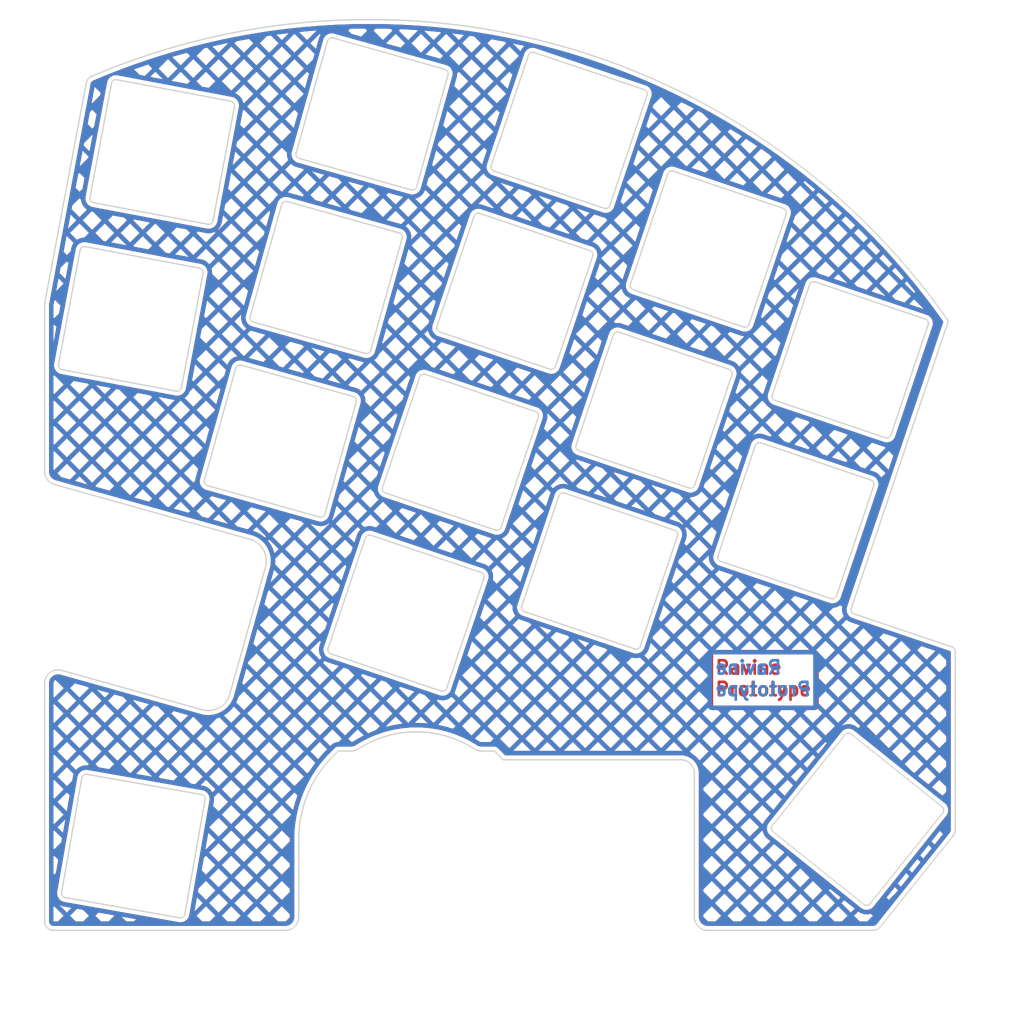
<source format=kicad_pcb>
(kicad_pcb (version 20241229) (generator "pcbnew") (generator_version "9.0")
  (title_block (title "ravine_plate") (date "2025-12-25") (rev "v1.0.0") (company "zakwaykway"))
  (layers (0 "F.Cu" signal) (2 "B.Cu" signal) (13 "F.Paste" user) (15 "B.Paste" user) (5 "F.SilkS" user "F.Silkscreen") (7 "B.SilkS" user "B.Silkscreen") (1 "F.Mask" user) (3 "B.Mask" user) (25 "Edge.Cuts" user))
  (net 0 "")
  (gr_arc (start 159.566008 197.905067) (mid 159.360383 198.227794) (end 158.98678 198.310647) (stroke (width 0.15)) (layer "Edge.Cuts"))
  (gr_line (start 185.832772 137.842062) (end 181.671967 150.158218) (stroke (width 0.15)) (layer "Edge.Cuts"))
  (gr_line (start 209.716052 128.072265) (end 222.032208 132.233069) (stroke (width 0.15)) (layer "Edge.Cuts"))
  (gr_arc (start 214.350723 154.970589) (mid 214.638818 155.22249) (end 214.66439 155.604318) (stroke (width 0.15)) (layer "Edge.Cuts"))
  (gr_line (start 213.563189 115.122379) (end 209.402384 127.438536) (stroke (width 0.15)) (layer "Edge.Cuts"))
  (gr_line (start 151.35768 104.973267) (end 148.951446 117.748635) (stroke (width 0.15)) (layer "Edge.Cuts"))
  (gr_arc (start 194.93552 154.639084) (mid 194.683624 154.927206) (end 194.301791 154.952752) (stroke (width 0.15)) (layer "Edge.Cuts"))
  (gr_arc (start 185.487527 116.548477) (mid 185.251055 116.849376) (end 184.871082 116.894882) (stroke (width 0.15)) (layer "Edge.Cuts"))
  (gr_arc (start 175.518165 100.250876) (mid 175.754645 99.950001) (end 176.13461 99.904471) (stroke (width 0.15)) (layer "Edge.Cuts"))
  (gr_line (start 161.417855 184.523338) (end 148.615354 182.265912) (stroke (width 0.15)) (layer "Edge.Cuts"))
  (gr_arc (start 234.413192 164.321546) (mid 234.125069 164.069647) (end 234.099524 163.687817) (stroke (width 0.15)) (layer "Edge.Cuts"))
  (gr_line (start 176.699267 179.663279) (end 178.141655 179.663279) (stroke (width 0.15)) (layer "Edge.Cuts"))
  (gr_line (start 185.487527 116.548477) (end 188.998051 104.03144) (stroke (width 0.15)) (layer "Edge.Cuts"))
  (gr_arc (start 233.396634 177.839598) (mid 233.731869 177.655068) (end 234.099426 177.761596) (stroke (width 0.15)) (layer "Edge.Cuts"))
  (gr_line (start 170.387399 118.545007) (end 166.876875 131.062044) (stroke (width 0.15)) (layer "Edge.Cuts"))
  (gr_arc (start 144.876067 199.713279) (mid 144.168989 199.420373) (end 143.876067 198.713279) (stroke (width 0.15)) (layer "Edge.Cuts"))
  (gr_arc (start 216.584762 149.919938) (mid 216.332859 150.207997) (end 215.951032 150.233605) (stroke (width 0.15)) (layer "Edge.Cuts"))
  (gr_arc (start 237.325972 199.338068) (mid 236.978313 199.614606) (end 236.545178 199.713279) (stroke (width 0.15)) (layer "Edge.Cuts"))
  (gr_line (start 194.147986 114.790875) (end 206.464142 118.951679) (stroke (width 0.15)) (layer "Edge.Cuts"))
  (gr_arc (start 188.06681 132.791411) (mid 187.778696 132.539515) (end 187.753143 132.157682) (stroke (width 0.15)) (layer "Edge.Cuts"))
  (gr_line (start 188.854345 172.639621) (end 193.015149 160.323464) (stroke (width 0.15)) (layer "Edge.Cuts"))
  (gr_arc (start 181.962107 97.863279) (mid 181.973397 97.863343) (end 181.984685 97.863534) (stroke (width 0.15)) (layer "Edge.Cuts"))
  (gr_arc (start 215.051067 180.638279) (mid 216.111756 181.077606) (end 216.551067 182.138279) (stroke (width 0.15)) (layer "Edge.Cuts"))
  (gr_line (start 238.538062 144.300765) (end 242.698866 131.984609) (stroke (width 0.15)) (layer "Edge.Cuts"))
  (gr_line (start 194.789686 180.255197) (end 194.202867 179.663279) (stroke (width 0.15)) (layer "Edge.Cuts"))
  (gr_line (start 223.354138 145.504279) (end 219.193333 157.820435) (stroke (width 0.15)) (layer "Edge.Cuts"))
  (gr_line (start 203.634876 146.072801) (end 215.951032 150.233606) (stroke (width 0.15)) (layer "Edge.Cuts"))
  (gr_arc (start 245.386098 168.028556) (mid 245.632311 168.210709) (end 245.726067 168.502254) (stroke (width 0.15)) (layer "Edge.Cuts"))
  (gr_line (start 232.456886 162.301302) (end 236.617691 149.985145) (stroke (width 0.15)) (layer "Edge.Cuts"))
  (gr_arc (start 161.200152 125.65238) (mid 161.520467 125.86174) (end 161.598965 126.236288) (stroke (width 0.15)) (layer "Edge.Cuts"))
  (gr_arc (start 166.853381 155.981481) (mid 168.357751 157.163876) (end 168.585403 159.063705) (stroke (width 0.15)) (layer "Edge.Cuts"))
  (gr_line (start 159.566008 197.905067) (end 161.823435 185.102566) (stroke (width 0.15)) (layer "Edge.Cuts"))
  (gr_arc (start 145.833455 137.004235) (mid 145.513128 136.794878) (end 145.434642 136.420327) (stroke (width 0.15)) (layer "Edge.Cuts"))
  (gr_arc (start 164.716956 106.980688) (mid 165.037265 107.190049) (end 165.115769 107.564596) (stroke (width 0.15)) (layer "Edge.Cuts"))
  (gr_line (start 175.904459 168.792484) (end 188.220615 172.953288) (stroke (width 0.15)) (layer "Edge.Cuts"))
  (gr_arc (start 203.634876 146.072801) (mid 203.346787 145.8209) (end 203.321209 145.439072) (stroke (width 0.15)) (layer "Edge.Cuts"))
  (gr_arc (start 229.435313 127.503743) (mid 229.687219 127.215681) (end 230.069043 127.190075) (stroke (width 0.15)) (layer "Edge.Cuts"))
  (gr_arc (start 204.863833 123.688663) (mid 205.151937 123.940566) (end 205.1775 124.322392) (stroke (width 0.15)) (layer "Edge.Cuts"))
  (gr_arc (start 161.417855 184.523338) (mid 161.740568 184.728962) (end 161.823435 185.102566) (stroke (width 0.15)) (layer "Edge.Cuts"))
  (gr_line (start 162.709535 120.339964) (end 165.115769 107.564596) (stroke (width 0.15)) (layer "Edge.Cuts"))
  (gr_line (start 201.016696 136.638548) (end 205.1775 124.322392) (stroke (width 0.15)) (layer "Edge.Cuts"))
  (gr_line (start 166.853381 155.981481) (end 144.971007 149.844358) (stroke (width 0.15)) (layer "Edge.Cuts"))
  (gr_line (start 167.223279 131.678489) (end 179.740316 135.189013) (stroke (width 0.15)) (layer "Edge.Cuts"))
  (gr_arc (start 148.534721 104.941821) (mid 148.737662 104.500864) (end 149.124343 104.20742) (stroke (width 0.15)) (layer "Edge.Cuts"))
  (gr_line (start 245.386098 168.028556) (end 234.413192 164.321546) (stroke (width 0.15)) (layer "Edge.Cuts"))
  (gr_arc (start 175.904459 168.792484) (mid 175.616389 168.54058) (end 175.590792 168.158754) (stroke (width 0.15)) (layer "Edge.Cuts"))
  (gr_arc (start 225.588176 140.453628) (mid 225.300072 140.201727) (end 225.274509 139.819899) (stroke (width 0.15)) (layer "Edge.Cuts"))
  (gr_line (start 147.840876 123.644959) (end 145.434642 136.420327) (stroke (width 0.15)) (layer "Edge.Cuts"))
  (gr_arc (start 188.651647 103.414996) (mid 188.952492 103.65148) (end 188.998051 104.03144) (stroke (width 0.15)) (layer "Edge.Cuts"))
  (gr_line (start 146.18428 196.05322) (end 158.98678 198.310647) (stroke (width 0.15)) (layer "Edge.Cuts"))
  (gr_arc (start 149.124343 104.20742) (mid 149.124343 104.20742) (end 149.124343 104.20742) (stroke (width 0.15)) (layer "Edge.Cuts"))
  (gr_arc (start 143.876067 129.76927) (mid 143.8804 129.676321) (end 143.893347 129.584175) (stroke (width 0.15)) (layer "Edge.Cuts"))
  (gr_line (start 143.876067 172.079809) (end 143.876067 198.713279) (stroke (width 0.15)) (layer "Edge.Cuts"))
  (gr_arc (start 207.482013 133.122916) (mid 207.733908 132.834812) (end 208.115742 132.809248) (stroke (width 0.15)) (layer "Edge.Cuts"))
  (gr_line (start 216.551067 198.213279) (end 216.551067 182.138279) (stroke (width 0.15)) (layer "Edge.Cuts"))
  (gr_arc (start 238.538062 144.300765) (mid 238.286156 144.588808) (end 237.904333 144.614433) (stroke (width 0.15)) (layer "Edge.Cuts"))
  (gr_arc (start 194.789686 180.255197) (mid 194.974012 180.444903) (end 195.154485 180.638279) (stroke (width 0.15)) (layer "Edge.Cuts"))
  (gr_line (start 143.876067 129.76927) (end 143.876067 148.400084) (stroke (width 0.15)) (layer "Edge.Cuts"))
  (gr_arc (start 144.971007 149.844358) (mid 144.180767 149.306279) (end 143.876067 148.400084) (stroke (width 0.15)) (layer "Edge.Cuts"))
  (gr_arc (start 236.304023 149.351416) (mid 236.592103 149.603317) (end 236.617691 149.985145) (stroke (width 0.15)) (layer "Edge.Cuts"))
  (gr_line (start 197.553701 164.073337) (end 209.869857 168.234142) (stroke (width 0.15)) (layer "Edge.Cuts"))
  (gr_arc (start 244.249748 185.883846) (mid 244.434289 186.219077) (end 244.327751 186.586638) (stroke (width 0.15)) (layer "Edge.Cuts"))
  (gr_arc (start 207.097871 118.638012) (mid 206.845972 118.926091) (end 206.464142 118.951679) (stroke (width 0.15)) (layer "Edge.Cuts"))
  (gr_arc (start 172.354045 113.384357) (mid 172.053176 113.147872) (end 172.007641 112.767913) (stroke (width 0.15)) (layer "Edge.Cuts"))
  (gr_line (start 242.385199 131.35088) (end 230.069043 127.190075) (stroke (width 0.15)) (layer "Edge.Cuts"))
  (gr_arc (start 194.147986 114.790875) (mid 193.859906 114.538976) (end 193.834318 114.157146) (stroke (width 0.15)) (layer "Edge.Cuts"))
  (gr_line (start 236.2055 196.73696) (end 244.327751 186.586638) (stroke (width 0.15)) (layer "Edge.Cuts"))
  (gr_line (start 220.431899 136.970053) (end 208.115742 132.809248) (stroke (width 0.15)) (layer "Edge.Cuts"))
  (gr_line (start 145.781128 170.635536) (end 161.506583 175.045892) (stroke (width 0.15)) (layer "Edge.Cuts"))
  (gr_arc (start 219.507001 158.454165) (mid 219.218918 158.202267) (end 219.193334 157.820435) (stroke (width 0.15)) (layer "Edge.Cuts"))
  (gr_line (start 226.513074 118.969516) (end 214.196918 114.808712) (stroke (width 0.15)) (layer "Edge.Cuts"))
  (gr_line (start 176.699267 179.663279) (end 176.112448 180.255197) (stroke (width 0.15)) (layer "Edge.Cuts"))
  (gr_arc (start 178.390115 140.003258) (mid 178.691 140.239737) (end 178.736519 140.619703) (stroke (width 0.15)) (layer "Edge.Cuts"))
  (gr_line (start 192.760479 179.663279) (end 194.202867 179.663279) (stroke (width 0.15)) (layer "Edge.Cuts"))
  (gr_arc (start 191.913947 119.841526) (mid 192.165854 119.553493) (end 192.547676 119.527858) (stroke (width 0.15)) (layer "Edge.Cuts"))
  (gr_line (start 188.651647 103.414996) (end 176.13461 99.904471) (stroke (width 0.15)) (layer "Edge.Cuts"))
  (gr_arc (start 164.588806 173.31387) (mid 163.406413 174.81824) (end 161.506583 175.045892) (stroke (width 0.15)) (layer "Edge.Cuts"))
  (gr_line (start 245.506861 189.114465) (end 237.325972 199.338068) (stroke (width 0.15)) (layer "Edge.Cuts"))
  (gr_arc (start 178.953812 179.42439) (mid 178.564935 179.602309) (end 178.141655 179.663279) (stroke (width 0.15)) (layer "Edge.Cuts"))
  (gr_line (start 181.985635 150.791947) (end 194.301791 154.952752) (stroke (width 0.15)) (layer "Edge.Cuts"))
  (gr_arc (start 143.876067 172.079809) (mid 144.469862 170.884463) (end 145.781128 170.635536) (stroke (width 0.15)) (layer "Edge.Cuts"))
  (gr_arc (start 147.840876 123.644959) (mid 148.050233 123.324635) (end 148.424784 123.246146) (stroke (width 0.15)) (layer "Edge.Cuts"))
  (gr_arc (start 183.520881 121.709127) (mid 183.821802 121.945599) (end 183.867285 122.325571) (stroke (width 0.15)) (layer "Edge.Cuts"))
  (gr_arc (start 181.984685 97.863534) (mid 217.379282 107.132061) (end 244.809586 131.3449) (stroke (width 0.15)) (layer "Edge.Cuts"))
  (gr_arc (start 162.092513 149.97262) (mid 161.791624 149.736146) (end 161.746108 149.356175) (stroke (width 0.15)) (layer "Edge.Cuts"))
  (gr_line (start 225.352386 188.692712) (end 235.502709 196.814963) (stroke (width 0.15)) (layer "Edge.Cuts"))
  (gr_line (start 145.833455 137.004235) (end 158.608823 139.410469) (stroke (width 0.15)) (layer "Edge.Cuts"))
  (gr_arc (start 146.18428 196.05322) (mid 145.861518 195.847606) (end 145.7787 195.473992) (stroke (width 0.15)) (layer "Edge.Cuts"))
  (gr_line (start 192.701482 159.689735) (end 180.385325 155.528931) (stroke (width 0.15)) (layer "Edge.Cuts"))
  (gr_arc (start 245.726067 188.489676) (mid 245.669681 188.820742) (end 245.506861 189.114465) (stroke (width 0.15)) (layer "Edge.Cuts"))
  (gr_line (start 218.051067 199.713279) (end 236.545178 199.713279) (stroke (width 0.15)) (layer "Edge.Cuts"))
  (gr_arc (start 197.553701 164.073337) (mid 197.265577 163.821439) (end 197.240033 163.439608) (stroke (width 0.15)) (layer "Edge.Cuts"))
  (gr_line (start 210.945008 105.688126) (end 198.628852 101.527322) (stroke (width 0.15)) (layer "Edge.Cuts"))
  (gr_line (start 143.893347 129.584175) (end 148.534721 104.941821) (stroke (width 0.15)) (layer "Edge.Cuts"))
  (gr_line (start 180.356761 134.842609) (end 183.867285 122.325571) (stroke (width 0.15)) (layer "Edge.Cuts"))
  (gr_arc (start 180.356761 134.842609) (mid 180.120283 135.143507) (end 179.740316 135.189013) (stroke (width 0.15)) (layer "Edge.Cuts"))
  (gr_line (start 161.200152 125.65238) (end 148.424784 123.246146) (stroke (width 0.15)) (layer "Edge.Cuts"))
  (gr_line (start 216.584762 149.919938) (end 220.745566 137.603782) (stroke (width 0.15)) (layer "Edge.Cuts"))
  (gr_line (start 229.435313 127.503743) (end 225.274509 139.819899) (stroke (width 0.15)) (layer "Edge.Cuts"))
  (gr_line (start 207.482013 133.122916) (end 203.321209 145.439072) (stroke (width 0.15)) (layer "Edge.Cuts"))
  (gr_line (start 172.301067 198.213279) (end 172.301067 189.513279) (stroke (width 0.15)) (layer "Edge.Cuts"))
  (gr_arc (start 232.456886 162.301302) (mid 232.204988 162.589395) (end 231.823157 162.614969) (stroke (width 0.15)) (layer "Edge.Cuts"))
  (gr_arc (start 197.995123 101.84099) (mid 198.247022 101.552907) (end 198.628852 101.527322) (stroke (width 0.15)) (layer "Edge.Cuts"))
  (gr_line (start 149.350258 118.332543) (end 162.125627 120.738777) (stroke (width 0.15)) (layer "Edge.Cuts"))
  (gr_line (start 236.304023 149.351416) (end 223.987867 145.190612) (stroke (width 0.15)) (layer "Edge.Cuts"))
  (gr_line (start 225.588176 140.453628) (end 237.904333 144.614433) (stroke (width 0.15)) (layer "Edge.Cuts"))
  (gr_line (start 178.390115 140.003258) (end 165.873077 136.492734) (stroke (width 0.15)) (layer "Edge.Cuts"))
  (gr_line (start 194.93552 154.639084) (end 199.096325 142.322928) (stroke (width 0.15)) (layer "Edge.Cuts"))
  (gr_arc (start 165.256633 136.839138) (mid 165.493119 136.538268) (end 165.873077 136.492734) (stroke (width 0.15)) (layer "Edge.Cuts"))
  (gr_arc (start 172.301067 198.213279) (mid 171.861733 199.273941) (end 170.801067 199.713279) (stroke (width 0.15)) (layer "Edge.Cuts"))
  (gr_arc (start 245.506861 189.114465) (mid 245.506861 189.114465) (end 245.506861 189.114465) (stroke (width 0.15)) (layer "Edge.Cuts"))
  (gr_arc (start 225.352386 188.692712) (mid 225.167829 188.357468) (end 225.274384 187.989921) (stroke (width 0.15)) (layer "Edge.Cuts"))
  (gr_arc (start 172.301067 189.513279) (mid 173.291194 184.507319) (end 176.112448 180.255197) (stroke (width 0.15)) (layer "Edge.Cuts"))
  (gr_line (start 195.154485 180.638279) (end 215.051067 180.638279) (stroke (width 0.15)) (layer "Edge.Cuts"))
  (gr_line (start 234.099524 163.687817) (end 244.874634 131.793037) (stroke (width 0.15)) (layer "Edge.Cuts"))
  (gr_arc (start 209.716052 128.072265) (mid 209.427997 127.820361) (end 209.402384 127.438536) (stroke (width 0.15)) (layer "Edge.Cuts"))
  (gr_arc (start 236.2055 196.73696) (mid 235.870259 196.921529) (end 235.502709 196.814963) (stroke (width 0.15)) (layer "Edge.Cuts"))
  (gr_arc (start 201.400838 151.123452) (mid 201.652742 150.835399) (end 202.034567 150.809785) (stroke (width 0.15)) (layer "Edge.Cuts"))
  (gr_line (start 159.192731 139.011656) (end 161.598965 126.236288) (stroke (width 0.15)) (layer "Edge.Cuts"))
  (gr_arc (start 201.016696 136.638548) (mid 200.764791 136.92662) (end 200.382966 136.952216) (stroke (width 0.15)) (layer "Edge.Cuts"))
  (gr_arc (start 198.782657 141.689199) (mid 199.070727 141.941105) (end 199.096324 142.322928) (stroke (width 0.15)) (layer "Edge.Cuts"))
  (gr_arc (start 192.760479 179.663279) (mid 192.337201 179.602312) (end 191.948322 179.42439) (stroke (width 0.15)) (layer "Edge.Cuts"))
  (gr_line (start 197.995123 101.840989) (end 193.834318 114.157146) (stroke (width 0.15)) (layer "Edge.Cuts"))
  (gr_arc (start 167.223279 131.678489) (mid 166.922426 131.442009) (end 166.876875 131.062044) (stroke (width 0.15)) (layer "Edge.Cuts"))
  (gr_line (start 219.507001 158.454165) (end 231.823157 162.614969) (stroke (width 0.15)) (layer "Edge.Cuts"))
  (gr_arc (start 218.051067 199.713279) (mid 216.990436 199.273926) (end 216.551067 198.213279) (stroke (width 0.15)) (layer "Edge.Cuts"))
  (gr_line (start 181.962107 97.863279) (end 178.437599 97.863279) (stroke (width 0.15)) (layer "Edge.Cuts"))
  (gr_line (start 198.782657 141.689199) (end 186.466501 137.528394) (stroke (width 0.15)) (layer "Edge.Cuts"))
  (gr_arc (start 226.513074 118.969516) (mid 226.801125 119.221424) (end 226.826742 119.603246) (stroke (width 0.15)) (layer "Edge.Cuts"))
  (gr_line (start 191.913947 119.841526) (end 187.753143 132.157682) (stroke (width 0.15)) (layer "Edge.Cuts"))
  (gr_arc (start 242.385199 131.35088) (mid 242.673313 131.602778) (end 242.698866 131.984609) (stroke (width 0.15)) (layer "Edge.Cuts"))
  (gr_line (start 164.716956 106.980688) (end 151.941587 104.574454) (stroke (width 0.15)) (layer "Edge.Cuts"))
  (gr_arc (start 179.751596 155.842598) (mid 180.003494 155.554495) (end 180.385325 155.528931) (stroke (width 0.15)) (layer "Edge.Cuts"))
  (gr_arc (start 159.192731 139.011656) (mid 158.983371 139.331974) (end 158.608823 139.410469) (stroke (width 0.15)) (layer "Edge.Cuts"))
  (gr_line (start 210.503586 167.920474) (end 214.664391 155.604318) (stroke (width 0.15)) (layer "Edge.Cuts"))
  (gr_line (start 175.225995 153.13674) (end 178.736519 140.619703) (stroke (width 0.15)) (layer "Edge.Cuts"))
  (gr_arc (start 178.415022 97.863534) (mid 178.42631 97.863343) (end 178.437599 97.863279) (stroke (width 0.15)) (layer "Edge.Cuts"))
  (gr_arc (start 210.503586 167.920474) (mid 210.251678 168.208526) (end 209.869857 168.234142) (stroke (width 0.15)) (layer "Edge.Cuts"))
  (gr_line (start 244.249748 185.883846) (end 234.099426 177.761596) (stroke (width 0.15)) (layer "Edge.Cuts"))
  (gr_arc (start 149.350258 118.332543) (mid 149.029925 118.123186) (end 148.951446 117.748635) (stroke (width 0.15)) (layer "Edge.Cuts"))
  (gr_arc (start 148.036126 182.671492) (mid 148.241739 182.348744) (end 148.615354 182.265912) (stroke (width 0.15)) (layer "Edge.Cuts"))
  (gr_line (start 162.092513 149.97262) (end 174.60955 153.483144) (stroke (width 0.15)) (layer "Edge.Cuts"))
  (gr_line (start 165.256633 136.839138) (end 161.746108 149.356175) (stroke (width 0.15)) (layer "Edge.Cuts"))
  (gr_line (start 204.863833 123.688663) (end 192.547676 119.527858) (stroke (width 0.15)) (layer "Edge.Cuts"))
  (gr_line (start 214.350723 154.970589) (end 202.034567 150.809784) (stroke (width 0.15)) (layer "Edge.Cuts"))
  (gr_arc (start 220.431899 136.970053) (mid 220.720028 137.221951) (end 220.745566 137.603782) (stroke (width 0.15)) (layer "Edge.Cuts"))
  (gr_line (start 207.097871 118.638012) (end 211.258676 106.321856) (stroke (width 0.15)) (layer "Edge.Cuts"))
  (gr_line (start 144.876067 199.713279) (end 170.801067 199.713279) (stroke (width 0.15)) (layer "Edge.Cuts"))
  (gr_arc (start 188.854345 172.639621) (mid 188.602443 172.927737) (end 188.220615 172.953288) (stroke (width 0.15)) (layer "Edge.Cuts"))
  (gr_arc (start 210.945008 105.688126) (mid 211.233091 105.940025) (end 211.258676 106.321856) (stroke (width 0.15)) (layer "Edge.Cuts"))
  (gr_arc (start 185.832772 137.842062) (mid 186.084675 137.553966) (end 186.466501 137.528395) (stroke (width 0.15)) (layer "Edge.Cuts"))
  (gr_arc (start 222.665937 131.919402) (mid 222.414039 132.207524) (end 222.032208 132.233069) (stroke (width 0.15)) (layer "Edge.Cuts"))
  (gr_arc (start 223.354138 145.504279) (mid 223.606038 145.216211) (end 223.987867 145.190612) (stroke (width 0.15)) (layer "Edge.Cuts"))
  (gr_arc (start 162.709535 120.339964) (mid 162.500173 120.660279) (end 162.125627 120.738777) (stroke (width 0.15)) (layer "Edge.Cuts"))
  (gr_arc (start 244.809586 131.3449) (mid 244.895742 131.561183) (end 244.874634 131.793037) (stroke (width 0.15)) (layer "Edge.Cuts"))
  (gr_line (start 172.354045 113.384357) (end 184.871082 116.894882) (stroke (width 0.15)) (layer "Edge.Cuts"))
  (gr_line (start 179.751596 155.842598) (end 175.590792 168.158754) (stroke (width 0.15)) (layer "Edge.Cuts"))
  (gr_line (start 201.400838 151.123452) (end 197.240033 163.439608) (stroke (width 0.15)) (layer "Edge.Cuts"))
  (gr_arc (start 213.563189 115.12238) (mid 213.815089 114.834283) (end 214.196918 114.808712) (stroke (width 0.15)) (layer "Edge.Cuts"))
  (gr_line (start 175.518165 100.250876) (end 172.007641 112.767913) (stroke (width 0.15)) (layer "Edge.Cuts"))
  (gr_line (start 148.036126 182.671492) (end 145.7787 195.473992) (stroke (width 0.15)) (layer "Edge.Cuts"))
  (gr_line (start 164.588806 173.31387) (end 168.585403 159.063705) (stroke (width 0.15)) (layer "Edge.Cuts"))
  (gr_arc (start 151.35768 104.973267) (mid 151.567035 104.65294) (end 151.941587 104.574454) (stroke (width 0.15)) (layer "Edge.Cuts"))
  (gr_line (start 245.726067 188.489676) (end 245.726067 168.502254) (stroke (width 0.15)) (layer "Edge.Cuts"))
  (gr_arc (start 170.387399 118.545007) (mid 170.623874 118.244131) (end 171.003844 118.198602) (stroke (width 0.15)) (layer "Edge.Cuts"))
  (gr_line (start 188.06681 132.791411) (end 200.382966 136.952216) (stroke (width 0.15)) (layer "Edge.Cuts"))
  (gr_line (start 222.665937 131.919402) (end 226.826742 119.603246) (stroke (width 0.15)) (layer "Edge.Cuts"))
  (gr_arc (start 149.124343 104.20742) (mid 163.466302 99.634718) (end 178.415022 97.863534) (stroke (width 0.15)) (layer "Edge.Cuts"))
  (gr_line (start 183.520881 121.709127) (end 171.003844 118.198602) (stroke (width 0.15)) (layer "Edge.Cuts"))
  (gr_line (start 233.396634 177.839598) (end 225.274384 187.989921) (stroke (width 0.15)) (layer "Edge.Cuts"))
  (gr_arc (start 192.701481 159.689735) (mid 192.989574 159.941629) (end 193.015149 160.323464) (stroke (width 0.15)) (layer "Edge.Cuts"))
  (gr_arc (start 175.225995 153.13674) (mid 174.989512 153.437584) (end 174.60955 153.483144) (stroke (width 0.15)) (layer "Edge.Cuts"))
  (gr_arc (start 178.953812 179.42439) (mid 185.451067 177.513279) (end 191.948322 179.42439) (stroke (width 0.15)) (layer "Edge.Cuts"))
  (gr_arc (start 181.985635 150.791947) (mid 181.697544 150.54004) (end 181.671967 150.158218) (stroke (width 0.15)) (layer "Edge.Cuts"))
  (gr_text "Ravine\nPrototype" (at 218.75 173.62 0) (layer "F.Cu") (effects (font (size 1.5 1.5) (thickness 0.3) (bold yes)) (justify left bottom)))
  (gr_text "Ravine\nPrototype" (at 218.7 173.62 0) (layer "B.Cu") (effects (font (size 1.5 1.5) (thickness 0.3) (bold yes)) (justify right bottom mirror)))
  (zone (net 0) (net_name "") (layers "F.Cu" "B.Cu") (connect_pads (clearance 0.5)) (min_thickness 0.25) (fill yes (mode hatch) (thermal_gap 0.5) (thermal_bridge_width 0.5) (island_removal_mode 1) (island_area_min 10) (hatch_thickness 0.5) (hatch_gap 1.5) (hatch_orientation 45) (hatch_border_algorithm hatch_thickness) (hatch_min_hole_area 0.3))
    (polygon (pts (xy 138.89 95.66) (xy 253.44 95.66) (xy 248.94 208.56) (xy 138.94 208.26)))
  )
)
</source>
